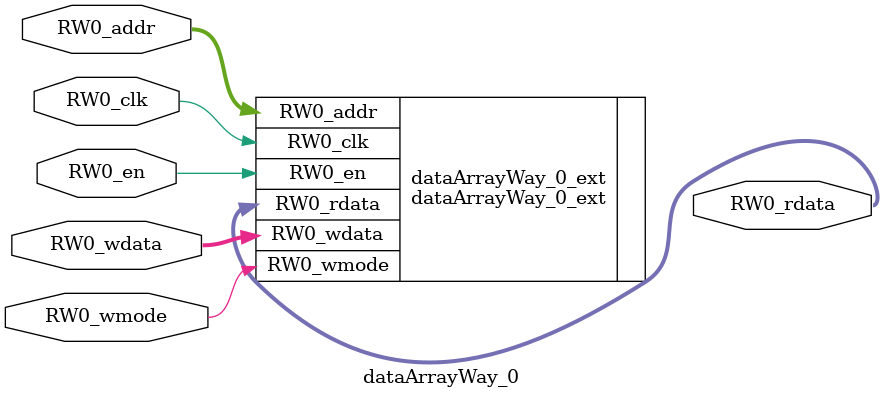
<source format=sv>
`ifndef RANDOMIZE
  `ifdef RANDOMIZE_REG_INIT
    `define RANDOMIZE
  `endif // RANDOMIZE_REG_INIT
`endif // not def RANDOMIZE
`ifndef RANDOMIZE
  `ifdef RANDOMIZE_MEM_INIT
    `define RANDOMIZE
  `endif // RANDOMIZE_MEM_INIT
`endif // not def RANDOMIZE

`ifndef RANDOM
  `define RANDOM $random
`endif // not def RANDOM

// Users can define 'PRINTF_COND' to add an extra gate to prints.
`ifndef PRINTF_COND_
  `ifdef PRINTF_COND
    `define PRINTF_COND_ (`PRINTF_COND)
  `else  // PRINTF_COND
    `define PRINTF_COND_ 1
  `endif // PRINTF_COND
`endif // not def PRINTF_COND_

// Users can define 'ASSERT_VERBOSE_COND' to add an extra gate to assert error printing.
`ifndef ASSERT_VERBOSE_COND_
  `ifdef ASSERT_VERBOSE_COND
    `define ASSERT_VERBOSE_COND_ (`ASSERT_VERBOSE_COND)
  `else  // ASSERT_VERBOSE_COND
    `define ASSERT_VERBOSE_COND_ 1
  `endif // ASSERT_VERBOSE_COND
`endif // not def ASSERT_VERBOSE_COND_

// Users can define 'STOP_COND' to add an extra gate to stop conditions.
`ifndef STOP_COND_
  `ifdef STOP_COND
    `define STOP_COND_ (`STOP_COND)
  `else  // STOP_COND
    `define STOP_COND_ 1
  `endif // STOP_COND
`endif // not def STOP_COND_

// Users can define INIT_RANDOM as general code that gets injected into the
// initializer block for modules with registers.
`ifndef INIT_RANDOM
  `define INIT_RANDOM
`endif // not def INIT_RANDOM

// If using random initialization, you can also define RANDOMIZE_DELAY to
// customize the delay used, otherwise 0.002 is used.
`ifndef RANDOMIZE_DELAY
  `define RANDOMIZE_DELAY 0.002
`endif // not def RANDOMIZE_DELAY

// Define INIT_RANDOM_PROLOG_ for use in our modules below.
`ifndef INIT_RANDOM_PROLOG_
  `ifdef RANDOMIZE
    `ifdef VERILATOR
      `define INIT_RANDOM_PROLOG_ `INIT_RANDOM
    `else  // VERILATOR
      `define INIT_RANDOM_PROLOG_ `INIT_RANDOM #`RANDOMIZE_DELAY begin end
    `endif // VERILATOR
  `else  // RANDOMIZE
    `define INIT_RANDOM_PROLOG_
  `endif // RANDOMIZE
`endif // not def INIT_RANDOM_PROLOG_

module dataArrayWay_0(	// @[DescribedSRAM.scala:17:26]
  input  [8:0]  RW0_addr,
  input         RW0_en,
                RW0_clk,
                RW0_wmode,
  input  [63:0] RW0_wdata,
  output [63:0] RW0_rdata
);

  dataArrayWay_0_ext dataArrayWay_0_ext (	// @[DescribedSRAM.scala:17:26]
    .RW0_addr  (RW0_addr),
    .RW0_en    (RW0_en),
    .RW0_clk   (RW0_clk),
    .RW0_wmode (RW0_wmode),
    .RW0_wdata (RW0_wdata),
    .RW0_rdata (RW0_rdata)
  );
endmodule


</source>
